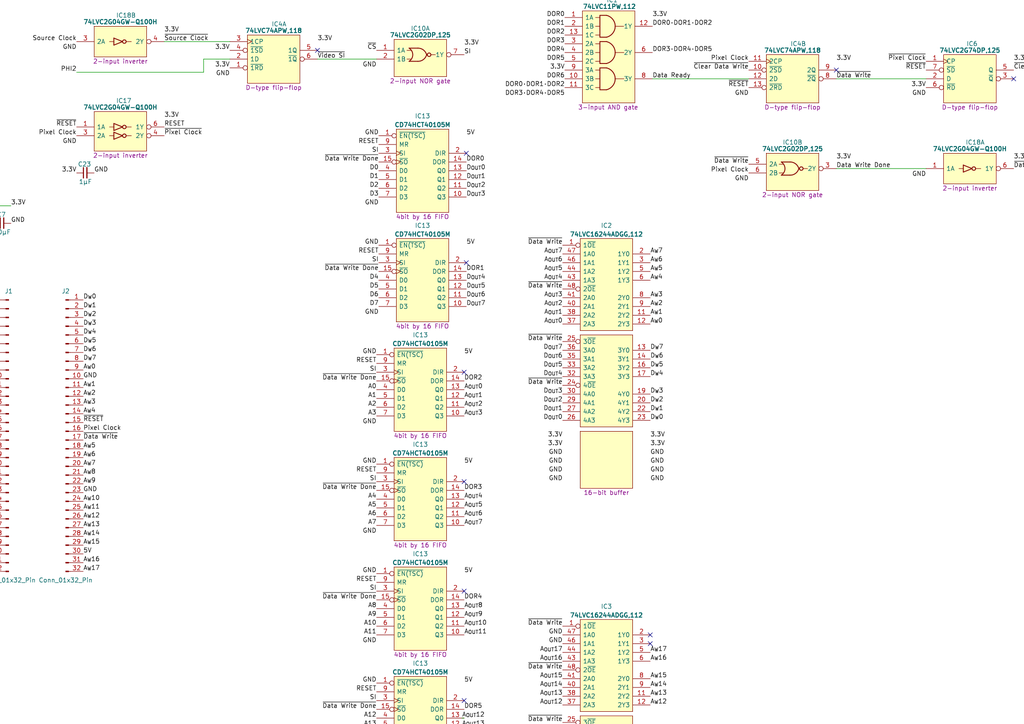
<source format=kicad_sch>
(kicad_sch (version 20230121) (generator eeschema)
  (paper "A4")
  (lib_symbols
    (symbol "Connector:Conn_01x32_Pin" (pin_names (offset 1.016) hide)
      (property "Reference" "J" (at 0 40.64 0))
      (property "Value" "Conn_01x32_Pin" (at 0 -43.18 0))
      (symbol "Conn_01x32_Pin_1_1"
        (pin passive line (at 5.08 38.1 180) (length 3.81) (name "Pin_1") (number "1"))
        (pin passive line (at 5.08 15.24 180) (length 3.81) (name "Pin_10") (number "10"))
        (pin passive line (at 5.08 12.7 180) (length 3.81) (name "Pin_11") (number "11"))
        (pin passive line (at 5.08 10.16 180) (length 3.81) (name "Pin_12") (number "12"))
        (pin passive line (at 5.08 7.62 180) (length 3.81) (name "Pin_13") (number "13"))
        (pin passive line (at 5.08 5.08 180) (length 3.81) (name "Pin_14") (number "14"))
        (pin passive line (at 5.08 2.54 180) (length 3.81) (name "Pin_15") (number "15"))
        (pin passive line (at 5.08 0 180) (length 3.81) (name "Pin_16") (number "16"))
        (pin passive line (at 5.08 -2.54 180) (length 3.81) (name "Pin_17") (number "17"))
        (pin passive line (at 5.08 -5.08 180) (length 3.81) (name "Pin_18") (number "18"))
        (pin passive line (at 5.08 -7.62 180) (length 3.81) (name "Pin_19") (number "19"))
        (pin passive line (at 5.08 35.56 180) (length 3.81) (name "Pin_2") (number "2"))
        (pin passive line (at 5.08 -10.16 180) (length 3.81) (name "Pin_20") (number "20"))
        (pin passive line (at 5.08 -12.7 180) (length 3.81) (name "Pin_21") (number "21"))
        (pin passive line (at 5.08 -15.24 180) (length 3.81) (name "Pin_22") (number "22"))
        (pin passive line (at 5.08 -17.78 180) (length 3.81) (name "Pin_23") (number "23"))
        (pin passive line (at 5.08 -20.32 180) (length 3.81) (name "Pin_24") (number "24"))
        (pin passive line (at 5.08 -22.86 180) (length 3.81) (name "Pin_25") (number "25"))
        (pin passive line (at 5.08 -25.4 180) (length 3.81) (name "Pin_26") (number "26"))
        (pin passive line (at 5.08 -27.94 180) (length 3.81) (name "Pin_27") (number "27"))
        (pin passive line (at 5.08 -30.48 180) (length 3.81) (name "Pin_28") (number "28"))
        (pin passive line (at 5.08 -33.02 180) (length 3.81) (name "Pin_29") (number "29"))
        (pin passive line (at 5.08 33.02 180) (length 3.81) (name "Pin_3") (number "3"))
        (pin passive line (at 5.08 -35.56 180) (length 3.81) (name "Pin_30") (number "30"))
        (pin passive line (at 5.08 -38.1 180) (length 3.81) (name "Pin_31") (number "31"))
        (pin passive line (at 5.08 -40.64 180) (length 3.81) (name "Pin_32") (number "32"))
        (pin passive line (at 5.08 30.48 180) (length 3.81) (name "Pin_4") (number "4"))
        (pin passive line (at 5.08 27.94 180) (length 3.81) (name "Pin_5") (number "5"))
        (pin passive line (at 5.08 25.4 180) (length 3.81) (name "Pin_6") (number "6"))
        (pin passive line (at 5.08 22.86 180) (length 3.81) (name "Pin_7") (number "7"))
        (pin passive line (at 5.08 20.32 180) (length 3.81) (name "Pin_8") (number "8"))
        (pin passive line (at 5.08 17.78 180) (length 3.81) (name "Pin_9") (number "9"))
      )
    )
    (symbol "Diodes_Inc:AP7365-33WG-7" (pin_names (offset 0.762))
      (property "Reference" "IC" (at 12.7 5.08 0))
      (property "Value" "AP7365-33WG-7" (at 12.7 3.175 0))
      (property "Description" "3.3V LDO voltage regulator" (at 12.7 -8.255 0))
      (symbol "AP7365-33WG-7_0_0"
        (pin passive line (at 0 0 0) (length 5.08) (name "VIN") (number "1"))
        (pin passive line (at 0 -5.08 0) (length 5.08) (name "GND") (number "2"))
        (pin input line (at 0 -2.54 0) (length 5.08) (name "EN") (number "3"))
        (pin passive line (at 25.4 -5.08 180) (length 5.08) (name "ADJ") (number "4"))
        (pin passive line (at 25.4 0 180) (length 5.08) (name "VOUT") (number "5"))
      )
    )
    (symbol "HCP65:C_0805" (pin_numbers hide) (pin_names (offset 0.254) hide)
      (property "Reference" "C" (at 2.286 2.54 0))
      (property "Description" "?μF" (at 2.54 -2.54 0))
      (symbol "C_0805_1_1"
        (pin passive line (at 0 0 0) (length 2.032) (name "~") (number "1"))
        (pin passive line (at 5.08 0 180) (length 2.032) (name "~") (number "2"))
      )
    )
    (symbol "Nexperia:74LVC11PW,112" (pin_names (offset 0.762))
      (property "Reference" "IC" (at 12.065 5.08 0))
      (property "Value" "74LVC11PW,112" (at 5.08 3.175 0))
      (property "Description" "3-input AND gate" (at 3.81 -26.035 0))
      (symbol "74LVC11PW,112_0_0"
        (pin passive line (at 0 0 0) (length 5.08) (name "1A") (number "1"))
        (pin passive line (at 0 -17.78 0) (length 5.08) (name "3B") (number "10"))
        (pin passive line (at 0 -20.32 0) (length 5.08) (name "3C") (number "11"))
        (pin passive line (at 25.4 -2.54 180) (length 5.08) (name "1Y") (number "12"))
        (pin passive line (at 0 -5.08 0) (length 5.08) (name "1C") (number "13"))
        (pin passive line (at 25.4 0 180) (length 5.08) hide (name "3V") (number "14"))
        (pin passive line (at 0 -2.54 0) (length 5.08) (name "1B") (number "2"))
        (pin passive line (at 0 -7.62 0) (length 5.08) (name "2A") (number "3"))
        (pin passive line (at 0 -10.16 0) (length 5.08) (name "2B") (number "4"))
        (pin passive line (at 0 -12.7 0) (length 5.08) (name "2C") (number "5"))
        (pin passive line (at 25.4 -10.16 180) (length 5.08) (name "2Y") (number "6"))
        (pin passive line (at 0 -22.86 0) (length 5.08) hide (name "GND") (number "7"))
        (pin passive line (at 25.4 -17.78 180) (length 5.08) (name "3Y") (number "8"))
        (pin passive line (at 0 -15.24 0) (length 5.08) (name "3A") (number "9"))
      )
    )
    (symbol "Nexperia:74LVC16244ADGG,112" (pin_names (offset 0.762))
      (property "Reference" "IC" (at 12.7 5.715 0))
      (property "Value" "74LVC16244ADGG,112" (at 12.7 3.175 0))
      (property "Description" "16-bit buffer" (at 12.7 -71.755 0))
      (symbol "74LVC16244ADGG,112_0_0"
        (pin input inverted (at 0 0 0) (length 5.08) (name "1~{OE}") (number "1"))
        (pin output line (at 25.4 -20.32 180) (length 5.08) (name "2Y2") (number "11"))
        (pin output line (at 25.4 -22.86 180) (length 5.08) (name "2Y3") (number "12"))
        (pin output line (at 25.4 -30.48 180) (length 5.08) (name "3Y0") (number "13"))
        (pin output line (at 25.4 -33.02 180) (length 5.08) (name "3Y1") (number "14"))
        (pin output line (at 25.4 -35.56 180) (length 5.08) (name "3Y2") (number "16"))
        (pin output line (at 25.4 -43.18 180) (length 5.08) (name "4Y0") (number "19"))
        (pin output line (at 25.4 -2.54 180) (length 5.08) (name "1Y0") (number "2"))
        (pin output line (at 25.4 -45.72 180) (length 5.08) (name "4Y1") (number "20"))
        (pin output line (at 25.4 -48.26 180) (length 5.08) (name "4Y2") (number "22"))
        (pin output line (at 25.4 -50.8 180) (length 5.08) (name "4Y3") (number "23"))
        (pin input inverted (at 0 -40.64 0) (length 5.08) (name "4~{OE}") (number "24"))
        (pin input inverted (at 0 -27.94 0) (length 5.08) (name "3~{OE}") (number "25"))
        (pin input line (at 0 -50.8 0) (length 5.08) (name "4A3") (number "26"))
        (pin input line (at 0 -48.26 0) (length 5.08) (name "4A2") (number "27"))
        (pin input line (at 0 -45.72 0) (length 5.08) (name "4A1") (number "29"))
        (pin output line (at 25.4 -5.08 180) (length 5.08) (name "1Y1") (number "3"))
        (pin input line (at 0 -43.18 0) (length 5.08) (name "4A0") (number "30"))
        (pin input line (at 0 -38.1 0) (length 5.08) (name "3A3") (number "32"))
        (pin input line (at 0 -35.56 0) (length 5.08) (name "3A2") (number "33"))
        (pin input line (at 0 -33.02 0) (length 5.08) (name "3A1") (number "35"))
        (pin input line (at 0 -30.48 0) (length 5.08) (name "3A0") (number "36"))
        (pin input line (at 0 -22.86 0) (length 5.08) (name "2A3") (number "37"))
        (pin input line (at 0 -20.32 0) (length 5.08) (name "2A2") (number "38"))
        (pin input line (at 0 -17.78 0) (length 5.08) (name "2A1") (number "40"))
        (pin input line (at 0 -10.16 0) (length 5.08) (name "1A3") (number "43"))
        (pin input line (at 0 -7.62 0) (length 5.08) (name "1A2") (number "44"))
        (pin input line (at 0 -5.08 0) (length 5.08) (name "1A1") (number "46"))
        (pin input line (at 0 -2.54 0) (length 5.08) (name "1A0") (number "47"))
        (pin input inverted (at 0 -12.7 0) (length 5.08) (name "2~{OE}") (number "48"))
        (pin output line (at 25.4 -7.62 180) (length 5.08) (name "1Y2") (number "5"))
        (pin output line (at 25.4 -10.16 180) (length 5.08) (name "1Y3") (number "6"))
        (pin output line (at 25.4 -15.24 180) (length 5.08) (name "2Y0") (number "8"))
        (pin output line (at 25.4 -17.78 180) (length 5.08) (name "2Y1") (number "9"))
      )
      (symbol "74LVC16244ADGG,112_1_0"
        (pin passive line (at 0 -63.5 0) (length 5.08) hide (name "GND") (number "10"))
        (pin passive line (at 0 -66.04 0) (length 5.08) hide (name "GND") (number "15"))
        (pin output line (at 25.4 -38.1 180) (length 5.08) (name "3Y3") (number "17"))
        (pin passive line (at 0 -58.42 0) (length 5.08) hide (name "3V") (number "18"))
        (pin passive line (at 0 -68.58 0) (length 5.08) hide (name "GND") (number "21"))
        (pin passive line (at 25.4 -68.58 180) (length 5.08) hide (name "GND") (number "28"))
        (pin passive line (at 25.4 -58.42 180) (length 5.08) hide (name "3V") (number "31"))
        (pin passive line (at 25.4 -66.04 180) (length 5.08) hide (name "GND") (number "34"))
        (pin passive line (at 25.4 -63.5 180) (length 5.08) hide (name "GND") (number "39"))
        (pin passive line (at 0 -60.96 0) (length 5.08) hide (name "GND") (number "4"))
        (pin input line (at 0 -15.24 0) (length 5.08) (name "2A0") (number "41"))
        (pin passive line (at 25.4 -55.88 180) (length 5.08) hide (name "3V") (number "42"))
        (pin passive line (at 25.4 -60.96 180) (length 5.08) hide (name "GND") (number "45"))
        (pin passive line (at 0 -55.88 0) (length 5.08) hide (name "3V") (number "7"))
      )
    )
    (symbol "Nexperia:74LVC2G02DP,125_Multi" (pin_names (offset 0.762))
      (property "Reference" "IC" (at 12.7 5.08 0))
      (property "Value" "74LVC2G02DP,125" (at 12.7 3.175 0))
      (property "Description" "2-input NOR gate" (at 12.7 -10.16 0))
      (symbol "74LVC2G02DP,125_Multi_0_0"
        (pin passive line (at 0 -6.35 0) (length 5.08) hide (name "GND") (number "4"))
        (pin passive line (at 25.4 0 180) (length 5.08) hide (name "3V") (number "8"))
      )
      (symbol "74LVC2G02DP,125_Multi_1_0"
        (pin input line (at 0 -1.27 0) (length 5.08) (name "1A") (number "1"))
        (pin input line (at 0 -3.81 0) (length 5.08) (name "1B") (number "2"))
        (pin output inverted (at 25.4 -2.54 180) (length 5.08) (name "1Y") (number "7"))
      )
      (symbol "74LVC2G02DP,125_Multi_2_0"
        (pin output inverted (at 25.4 -2.54 180) (length 5.08) (name "2Y") (number "3"))
        (pin input line (at 0 -1.27 0) (length 5.08) (name "2A") (number "5"))
        (pin input line (at 0 -3.81 0) (length 5.08) (name "2B") (number "6"))
      )
    )
    (symbol "Nexperia:74LVC2G04GW-Q100H" (pin_names (offset 0.762))
      (property "Reference" "IC" (at 11.43 7.62 0))
      (property "Value" "74LVC2G04GW-Q100H" (at 12.7 5.715 0))
      (property "Description" "2-input inverter" (at 12.7 -8.255 0))
      (symbol "74LVC2G04GW-Q100H_0_0"
        (pin input line (at 0 0 0) (length 5.08) (name "1A") (number "1"))
        (pin passive line (at 0 -5.08 0) (length 5.08) hide (name "GND") (number "2"))
        (pin input line (at 0 -2.54 0) (length 5.08) (name "2A") (number "3"))
        (pin output inverted (at 25.4 -2.54 180) (length 5.08) (name "2Y") (number "4"))
        (pin passive line (at 25.4 2.54 180) (length 5.08) hide (name "3V") (number "5"))
        (pin output inverted (at 25.4 0 180) (length 5.08) (name "1Y") (number "6"))
      )
    )
    (symbol "Nexperia:74LVC2G04GW-Q100H_Multi" (pin_names (offset 0.762))
      (property "Reference" "IC" (at 11.43 7.62 0))
      (property "Value" "74LVC2G04GW-Q100H" (at 12.7 5.715 0))
      (property "Description" "2-input inverter" (at 12.7 -5.715 0))
      (symbol "74LVC2G04GW-Q100H_Multi_0_0"
        (pin passive line (at 0 -2.54 0) (length 5.08) hide (name "GND") (number "2"))
        (pin passive line (at 25.4 2.54 180) (length 5.08) hide (name "3V") (number "5"))
      )
      (symbol "74LVC2G04GW-Q100H_Multi_1_0"
        (pin input line (at 0 0 0) (length 5.08) (name "1A") (number "1"))
        (pin output inverted (at 25.4 0 180) (length 5.08) (name "1Y") (number "6"))
      )
      (symbol "74LVC2G04GW-Q100H_Multi_2_0"
        (pin input line (at 0 0 0) (length 5.08) (name "2A") (number "3"))
        (pin output inverted (at 25.4 0 180) (length 5.08) (name "2Y") (number "4"))
      )
    )
    (symbol "Nexperia:74LVC2G74DP,125" (pin_names (offset 0.762))
      (property "Reference" "IC" (at 13.335 5.08 0))
      (property "Value" "74LVC2G74DP,125" (at 12.7 3.175 0))
      (property "Description" "D-type flip-flop" (at 12.7 -13.335 0))
      (symbol "74LVC2G74DP,125_0_0"
        (pin input line (at 0 -5.08 0) (length 5.08) (name "D") (number "2"))
        (pin output line (at 25.4 -2.54 180) (length 5.08) (name "Q") (number "5"))
      )
      (symbol "74LVC2G74DP,125_1_0"
        (pin input clock (at 0 0 0) (length 5.08) (name "CP") (number "1"))
        (pin output inverted (at 25.4 -5.08 180) (length 5.08) (name "~{Q}") (number "3"))
        (pin passive line (at 0 -10.16 0) (length 5.08) hide (name "GND") (number "4"))
        (pin input inverted (at 0 -7.62 0) (length 5.08) (name "~{RD}") (number "6"))
        (pin input inverted (at 0 -2.54 0) (length 5.08) (name "~{SD}") (number "7"))
        (pin passive line (at 25.4 0 180) (length 5.08) hide (name "3V") (number "8"))
      )
    )
    (symbol "Nexperia:74LVC74APW,118_Multi" (pin_names (offset 0.762))
      (property "Reference" "IC" (at 12.065 5.08 0))
      (property "Value" "74LVC74APW,118" (at 12.7 3.175 0))
      (property "Description" "D-type flip-flop" (at 12.7 -13.335 0))
      (symbol "74LVC74APW,118_Multi_0_0"
        (pin passive line (at 25.4 0 180) (length 5.08) hide (name "3V") (number "14"))
        (pin passive line (at 0 -10.16 0) (length 5.08) hide (name "GND") (number "7"))
      )
      (symbol "74LVC74APW,118_Multi_1_0"
        (pin input inverted (at 0 -7.62 0) (length 5.08) (name "~{1RD}") (number "1"))
        (pin input line (at 0 -5.08 0) (length 5.08) (name "1D") (number "2"))
        (pin input clock (at 0 0 0) (length 5.08) (name "1CP") (number "3"))
        (pin input inverted (at 0 -2.54 0) (length 5.08) (name "~{1SD}") (number "4"))
        (pin output line (at 25.4 -2.54 180) (length 5.08) (name "1Q") (number "5"))
        (pin output inverted (at 25.4 -5.08 180) (length 5.08) (name "~{1Q}") (number "6"))
      )
      (symbol "74LVC74APW,118_Multi_2_0"
        (pin input inverted (at 0 -2.54 0) (length 5.08) (name "~{2SD}") (number "10"))
        (pin input clock (at 0 0 0) (length 5.08) (name "2CP") (number "11"))
        (pin input line (at 0 -5.08 0) (length 5.08) (name "2D") (number "12"))
        (pin input inverted (at 0 -7.62 0) (length 5.08) (name "~{2RD}") (number "13"))
        (pin output inverted (at 25.4 -5.08 180) (length 5.08) (name "~{2Q}") (number "8"))
        (pin output line (at 25.4 -2.54 180) (length 5.08) (name "2Q") (number "9"))
      )
    )
    (symbol "Texas_Instruments:CD74HCT40105M" (pin_names (offset 0.762))
      (property "Reference" "IC" (at 12.7 5.715 0))
      (property "Value" "CD74HCT40105M" (at 12.7 3.175 0))
      (property "Description" "4bit by 16 FIFO" (at 12.7 -23.495 0))
      (symbol "CD74HCT40105M_0_0"
        (pin output line (at 25.4 -17.78 180) (length 5.08) (name "Q3") (number "10"))
        (pin output line (at 25.4 -15.24 180) (length 5.08) (name "Q2") (number "11"))
        (pin output line (at 25.4 -12.7 180) (length 5.08) (name "Q1") (number "12"))
        (pin output line (at 25.4 -10.16 180) (length 5.08) (name "Q0") (number "13"))
        (pin output line (at 25.4 -7.62 180) (length 5.08) (name "DOR") (number "14"))
        (pin passive line (at 25.4 0 180) (length 5.08) hide (name "5V") (number "16"))
        (pin output line (at 25.4 -5.08 180) (length 5.08) (name "DIR") (number "2"))
        (pin input line (at 0 -10.16 0) (length 5.08) (name "D0") (number "4"))
        (pin input line (at 0 -12.7 0) (length 5.08) (name "D1") (number "5"))
        (pin input line (at 0 -15.24 0) (length 5.08) (name "D2") (number "6"))
        (pin input line (at 0 -17.78 0) (length 5.08) (name "D3") (number "7"))
        (pin passive line (at 0 -20.32 0) (length 5.08) hide (name "GND") (number "8"))
        (pin input line (at 0 -2.54 0) (length 5.08) (name "MR") (number "9"))
      )
      (symbol "CD74HCT40105M_1_0"
        (pin input inverted (at 0 0 0) (length 5.08) (name "~{EN(TSC)}") (number "1"))
        (pin input inverted_clock (at 0 -7.62 0) (length 5.08) (name "~{SO}") (number "15"))
        (pin input clock (at 0 -5.08 0) (length 5.08) (name "SI") (number "3"))
      )
    )
  )
  (junction (at -31.115 59.69))
  (junction (at -1.905 59.69))
  (no_connect (at 188.595 184.15))
  (no_connect (at 92.075 14.605))
  (no_connect (at 188.595 186.69))
  (no_connect (at 134.62 139.7))
  (no_connect (at 134.62 203.2))
  (no_connect (at 133.985 245.11))
  (no_connect (at 134.62 247.65))
  (no_connect (at 134.62 171.45))
  (no_connect (at 242.57 20.32))
  (no_connect (at 135.255 44.45))
  (no_connect (at 134.62 234.95))
  (no_connect (at -5.715 64.77))
  (no_connect (at 294.005 22.86))
  (no_connect (at 188.595 232.41))
  (no_connect (at 188.595 227.33))
  (no_connect (at 134.62 107.95))
  (no_connect (at 188.595 229.87))
  (no_connect (at 135.255 76.2))
  (no_connect (at 188.595 224.79))
  (wire (pts (xy -1.905 64.77) (xy -1.905 59.69)))
  (wire (pts (xy 59.055 17.145) (xy 66.675 17.145)))
  (wire (pts (xy 134.62 208.28) (xy 133.985 208.28)))
  (wire (pts (xy 134.62 245.11) (xy 133.985 245.11)))
  (wire (pts (xy 134.62 242.57) (xy 133.985 242.57)))
  (wire (pts (xy 242.57 48.895) (xy 268.605 48.895)))
  (wire (pts (xy 47.625 12.065) (xy 66.675 12.065)))
  (wire (pts (xy 134.62 213.36) (xy 133.985 213.36)))
  (wire (pts (xy -31.115 59.69) (xy -31.115 62.23)))
  (wire (pts (xy 242.57 22.86) (xy 268.605 22.86)))
  (wire (pts (xy 134.62 215.9) (xy 133.985 215.9)))
  (wire (pts (xy 92.075 17.145) (xy 109.22 17.145)))
  (wire (pts (xy -46.355 64.77) (xy -45.085 64.77)))
  (wire (pts (xy 134.62 240.03) (xy 133.985 240.03)))
  (wire (pts (xy 59.055 20.955) (xy 59.055 17.145)))
  (wire (pts (xy -46.355 59.69) (xy -46.355 64.77)))
  (wire (pts (xy 134.62 210.82) (xy 133.985 210.82)))
  (wire (pts (xy -1.905 59.69) (xy 3.175 59.69)))
  (wire (pts (xy 189.23 22.86) (xy 217.17 22.86)))
  (wire (pts (xy -46.355 59.69) (xy -31.115 59.69)))
  (wire (pts (xy 22.225 20.955) (xy 59.055 20.955)))
  (wire (pts (xy -5.715 59.69) (xy -1.905 59.69)))
  (label "A_{OUT}14" (at 163.195 199.39 180))
  (label "PHI2" (at 22.225 20.955 180))
  (label "GND" (at 188.595 242.57 0))
  (label "A3" (at -2.54 120.015 180))
  (label "GND" (at 163.195 139.7 180))
  (label "A_{W}10" (at 188.595 214.63 0))
  (label "D5" (at -2.54 102.235 180))
  (label "A_{W}4" (at 188.595 81.28 0))
  (label "Pixel Clock" (at 217.17 17.78 180))
  (label "A_{W}1" (at 188.595 91.44 0))
  (label "D_{OUT}6" (at 163.195 104.14 180))
  (label "A_{W}16" (at 188.595 191.77 0))
  (label "~{Data Write}" (at 163.195 181.61 180))
  (label "RESET" (at 109.855 73.66 180))
  (label "5V" (at -2.54 92.075 180))
  (label "RESET" (at 47.625 36.83 0))
  (label "GND" (at 24.13 109.855 0))
  (label "A10" (at -2.54 147.955 180))
  (label "D_{W}2" (at 24.13 92.075 0))
  (label "DOR6" (at 134.62 237.49 0))
  (label "D_{OUT}6" (at 135.255 86.36 0))
  (label "GND" (at 109.22 154.94 180))
  (label "A_{OUT}9" (at 134.62 179.07 0))
  (label "DOR2" (at 163.83 10.16 180))
  (label "SI" (at 109.855 44.45 180))
  (label "GND" (at 188.595 134.62 0))
  (label "GND" (at 188.595 132.08 0))
  (label "A_{OUT}10" (at 163.195 214.63 180))
  (label "A_{OUT}5" (at 163.195 78.74 180))
  (label "A_{OUT}7" (at 163.195 73.66 180))
  (label "3.3V" (at 163.83 20.32 180))
  (label "~{RESET}" (at 217.17 25.4 180))
  (label "A_{OUT}3" (at 163.195 86.36 180))
  (label "GND" (at 163.195 245.11 180))
  (label "A_{OUT}15" (at 163.195 196.85 180))
  (label "A_{OUT}14" (at 133.985 213.36 0))
  (label "A_{OUT}2" (at 163.195 88.9 180))
  (label "GND" (at 163.195 184.15 180))
  (label "~{Data Write}" (at 163.195 194.31 180))
  (label "Data Ready" (at 189.23 22.86 0))
  (label "3.3V" (at 163.195 127 180))
  (label "GND" (at 188.595 245.11 0))
  (label "D_{W}3" (at 188.595 114.3 0))
  (label "SI" (at 109.22 107.95 180))
  (label "3.3V" (at 163.195 222.25 180))
  (label "3.3V" (at 92.075 12.065 0))
  (label "D_{OUT}3" (at 163.195 114.3 180))
  (label "GND" (at 163.195 137.16 180))
  (label "GND" (at 163.195 224.79 180))
  (label "A14" (at 109.22 213.36 180))
  (label "A5" (at -2.54 130.175 180))
  (label "GND" (at 109.22 166.37 180))
  (label "A_{W}7" (at 24.13 135.255 0))
  (label "A4" (at -2.54 127.635 180))
  (label "D_{OUT}4" (at 163.195 109.22 180))
  (label "D_{W}7" (at 24.13 104.775 0))
  (label "3.3V" (at 294.005 46.355 0))
  (label "GND" (at 27.305 50.165 0))
  (label "~{Data Write}" (at 163.195 111.76 180))
  (label "A_{W}6" (at 24.13 132.715 0))
  (label "D_{OUT}0" (at 135.255 49.53 0))
  (label "D_{OUT}2" (at 163.195 116.84 180))
  (label "DOR0·DOR1·DOR2" (at 189.23 7.62 0))
  (label "GND" (at 109.22 198.12 180))
  (label "A_{W}1" (at 24.13 112.395 0))
  (label "A15" (at -2.54 160.655 180))
  (label "~{Pixel Clock}" (at 47.625 39.37 0))
  (label "A17" (at 109.22 242.57 180))
  (label "D_{W}0" (at 188.595 121.92 0))
  (label "A_{OUT}16" (at 133.985 240.03 0))
  (label "3.3V" (at 294.005 17.78 0))
  (label "A_{OUT}11" (at 163.195 212.09 180))
  (label "GND" (at 109.22 186.69 180))
  (label "3.3V" (at 134.62 13.335 0))
  (label "~{Data Write Done}" (at 109.22 110.49 180))
  (label "A_{W}3" (at 24.13 117.475 0))
  (label "GND" (at 163.195 242.57 180))
  (label "D7" (at -2.54 107.315 180))
  (label "A_{W}15" (at 188.595 196.85 0))
  (label "A_{W}2" (at 24.13 114.935 0))
  (label "DOR4" (at 163.83 15.24 180))
  (label "3.3V" (at 188.595 127 0))
  (label "D_{W}6" (at 188.595 104.14 0))
  (label "A_{OUT}5" (at 134.62 147.32 0))
  (label "A_{OUT}11" (at 134.62 184.15 0))
  (label "A0" (at -2.54 112.395 180))
  (label "A_{OUT}3" (at 134.62 120.65 0))
  (label "A11" (at -2.54 150.495 180))
  (label "Pixel Clock" (at 217.17 50.165 180))
  (label "3.3V" (at 66.675 19.685 180))
  (label "A_{OUT}13" (at 133.985 210.82 0))
  (label "A_{OUT}16" (at 163.195 191.77 180))
  (label "D3" (at -2.54 97.155 180))
  (label "A_{W}13" (at 188.595 201.93 0))
  (label "D_{OUT}5" (at 163.195 106.68 180))
  (label "GND" (at 188.595 247.65 0))
  (label "A_{W}12" (at 24.13 150.495 0))
  (label "A_{OUT}1" (at 163.195 91.44 180))
  (label "A_{W}17" (at 24.13 165.735 0))
  (label "DOR1" (at 163.83 7.62 180))
  (label "GND" (at 188.595 137.16 0))
  (label "GND" (at 163.195 132.08 180))
  (label "RESET" (at 109.22 105.41 180))
  (label "~{RESET}" (at 268.605 20.32 180))
  (label "A3" (at 109.22 120.65 180))
  (label "D_{OUT}0" (at 163.195 121.92 180))
  (label "A_{OUT}17" (at 163.195 189.23 180))
  (label "A4" (at 109.22 144.78 180))
  (label "~{Data Write}" (at 163.195 209.55 180))
  (label "A2" (at 109.22 118.11 180))
  (label "D_{OUT}7" (at 135.255 88.9 0))
  (label "DOR2" (at 134.62 110.49 0))
  (label "~{CS}" (at -2.54 132.715 180))
  (label "GND" (at 22.225 14.605 180))
  (label "3.3V" (at 66.675 14.605 180))
  (label "A_{OUT}6" (at 134.62 149.86 0))
  (label "5V" (at 134.62 166.37 0))
  (label "A17" (at -2.54 165.735 180))
  (label "~{Data Write}" (at 24.13 127.635 0))
  (label "5V" (at 134.62 102.87 0))
  (label "A_{OUT}6" (at 163.195 76.2 180))
  (label "5V" (at 134.62 229.87 0))
  (label "D6" (at 109.855 86.36 180))
  (label "RESET" (at 109.22 137.16 180))
  (label "DOR3·DOR4·DOR5" (at 189.23 15.24 0))
  (label "A_{W}0" (at 188.595 93.98 0))
  (label "A_{W}13" (at 24.13 153.035 0))
  (label "RESET" (at 109.22 232.41 180))
  (label "GND" (at 163.195 250.19 180))
  (label "A12" (at 109.22 208.28 180))
  (label "GND" (at 22.225 41.91 180))
  (label "A_{W}11" (at 24.13 147.955 0))
  (label "A_{OUT}15" (at 133.985 215.9 0))
  (label "GND" (at 268.605 51.435 180))
  (label "A_{W}9" (at 188.595 217.17 0))
  (label "~{Data Write Done}" (at 109.22 205.74 180))
  (label "A1" (at -2.54 114.935 180))
  (label "A_{W}10" (at 24.13 145.415 0))
  (label "3.3V" (at 163.195 129.54 180))
  (label "GND" (at 268.605 27.94 180))
  (label "A_{OUT}1" (at 134.62 115.57 0))
  (label "A_{OUT}8" (at 163.195 219.71 180))
  (label "A_{OUT}7" (at 134.62 152.4 0))
  (label "D_{OUT}5" (at 135.255 83.82 0))
  (label "D_{W}7" (at 188.595 101.6 0))
  (label "A_{OUT}0" (at 163.195 93.98 180))
  (label "3.3V" (at 47.625 9.525 0))
  (label "D3" (at 109.855 57.15 180))
  (label "DOR0" (at 163.83 5.08 180))
  (label "~{Data Write Done}" (at 294.005 48.895 0))
  (label "DOR3" (at 134.62 142.24 0))
  (label "Data Write Done" (at 242.57 48.895 0))
  (label "D7" (at 109.855 88.9 180))
  (label "~{Data Write}" (at 163.195 83.82 180))
  (label "A_{W}3" (at 188.595 86.36 0))
  (label "GND" (at 66.675 22.225 180))
  (label "D2" (at -2.54 94.615 180))
  (label "SI" (at 109.22 139.7 180))
  (label "RESET" (at 109.22 200.66 180))
  (label "D_{OUT}2" (at 135.255 54.61 0))
  (label "A_{W}12" (at 188.595 204.47 0))
  (label "D_{OUT}3" (at 135.255 57.15 0))
  (label "~{Pixel Clock}" (at 268.605 17.78 180))
  (label "GND" (at 109.22 123.19 180))
  (label "5V" (at 134.62 134.62 0))
  (label "GND" (at -31.115 64.77 180))
  (label "A_{OUT}0" (at 134.62 113.03 0))
  (label "3.3V" (at 163.195 237.49 180))
  (label "A5" (at 109.22 147.32 180))
  (label "A13" (at 109.22 210.82 180))
  (label "~{Data Write}" (at 163.195 99.06 180))
  (label "A_{W}17" (at 188.595 189.23 0))
  (label "~{Data Write}" (at 217.17 47.625 180))
  (label "5V" (at -46.355 59.69 180))
  (label "GND" (at 109.22 218.44 180))
  (label "GND" (at 109.22 102.87 180))
  (label "3.3V" (at 268.605 25.4 180))
  (label "D1" (at -2.54 89.535 180))
  (label "3.3V" (at 47.625 34.29 0))
  (label "D_{W}1" (at 188.595 119.38 0))
  (label "D_{W}5" (at 24.13 99.695 0))
  (label "D_{OUT}4" (at 135.255 81.28 0))
  (label "D4" (at 109.855 81.28 180))
  (label "DOR6" (at 163.83 22.86 180))
  (label "A7" (at 109.22 152.4 180))
  (label "GND" (at 109.22 134.62 180))
  (label "5V" (at 24.13 160.655 0))
  (label "A6" (at 109.22 149.86 180))
  (label "GND" (at 109.22 250.19 180))
  (label "~{Data Write}" (at 163.195 71.12 180))
  (label "3.3V" (at 22.225 50.165 180))
  (label "A_{W}8" (at 188.595 219.71 0))
  (label "D1" (at 109.855 52.07 180))
  (label "A_{W}6" (at 188.595 76.2 0))
  (label "A_{W}0" (at 24.13 107.315 0))
  (label "GND" (at 217.17 52.705 180))
  (label "DOR5" (at 163.83 17.78 180))
  (label "A_{OUT}10" (at 134.62 181.61 0))
  (label "D_{OUT}7" (at 163.195 101.6 180))
  (label "DOR4" (at 134.62 173.99 0))
  (label "DOR1" (at 135.255 78.74 0))
  (label "A_{W}14" (at 24.13 155.575 0))
  (label "GND" (at 109.22 247.65 180))
  (label "GND" (at 163.195 247.65 180))
  (label "GND" (at 109.22 229.87 180))
  (label "A_{W}15" (at 24.13 158.115 0))
  (label "3.3V" (at 163.195 240.03 180))
  (label "A13" (at -2.54 155.575 180))
  (label "A_{OUT}12" (at 163.195 204.47 180))
  (label "3.3V" (at 189.23 5.08 0))
  (label "RESET" (at 109.855 41.91 180))
  (label "D_{W}4" (at 188.595 109.22 0))
  (label "SI" (at 109.22 203.2 180))
  (label "D_{OUT}1" (at 163.195 119.38 180))
  (label "SI" (at 109.22 171.45 180))
  (label "D0" (at 109.855 49.53 180))
  (label "A16" (at -2.54 163.195 180))
  (label "D6" (at -2.54 104.775 180))
  (label "A_{OUT}4" (at 163.195 81.28 180))
  (label "D0" (at -2.54 86.995 180))
  (label "A2" (at -2.54 117.475 180))
  (label "A_{OUT}2" (at 134.62 118.11 0))
  (label "~{RESET}" (at 24.13 122.555 0))
  (label "A14" (at -2.54 158.115 180))
  (label "GND" (at 109.855 39.37 180))
  (label "A_{W}14" (at 188.595 199.39 0))
  (label "3.3V" (at 242.57 46.355 0))
  (label "GND" (at 3.175 64.77 0))
  (label "5V" (at 135.255 39.37 0))
  (label "DOR3·DOR4·DOR5" (at 163.83 27.94 180))
  (label "Pixel Clock" (at 22.225 39.37 180))
  (label "D_{W}3" (at 24.13 94.615 0))
  (label "A_{W}9" (at 24.13 140.335 0))
  (label "A_{W}7" (at 188.595 73.66 0))
  (label "A_{OUT}12" (at 133.985 208.28 0))
  (label "GND" (at 163.195 232.41 180))
  (label "D_{W}1" (at 24.13 89.535 0))
  (label "~{Source Clock}" (at 47.625 12.065 0))
  (label "A_{OUT}17" (at 133.985 242.57 0))
  (label "~{RESET}" (at 22.225 36.83 180))
  (label "SI" (at 109.22 234.95 180))
  (label "D_{W}5" (at 188.595 106.68 0))
  (label "DOR3" (at 163.83 12.7 180))
  (label "A_{OUT}9" (at 163.195 217.17 180))
  (label "A_{W}16" (at 24.13 163.195 0))
  (label "GND" (at 109.855 71.12 180))
  (label "Pixel Clock" (at 24.13 125.095 0))
  (label "A_{W}11" (at 188.595 212.09 0))
  (label "~{Data Write Done}" (at 109.855 78.74 180))
  (label "3.3V" (at 188.595 240.03 0))
  (label "GND" (at 109.855 91.44 180))
  (label "GND" (at 163.195 186.69 180))
  (label "PHI2" (at -2.54 125.095 180))
  (label "3.3V" (at 188.595 237.49 0))
  (label "D_{W}2" (at 188.595 116.84 0))
  (label "A1" (at 109.22 115.57 180))
  (label "A_{OUT}13" (at 163.195 201.93 180))
  (label "GND" (at 109.855 59.69 180))
  (label "5V" (at 134.62 198.12 0))
  (label "A_{OUT}4" (at 134.62 144.78 0))
  (label "~{Data Write}" (at 242.57 22.86 0))
  (label "~{CS}" (at 109.22 14.605 180))
  (label "D_{W}0" (at 24.13 86.995 0))
  (label "SI" (at 134.62 15.875 0))
  (label "DOR0" (at 135.255 46.99 0))
  (label "GND" (at 188.595 139.7 0))
  (label "GND" (at 109.22 19.685 180))
  (label "A_{W}8" (at 24.13 137.795 0))
  (label "3.3V" (at 188.595 129.54 0))
  (label "A_{W}4" (at 24.13 120.015 0))
  (label "A_{W}5" (at 188.595 78.74 0))
  (label "A8" (at 109.22 176.53 180))
  (label "3.3V" (at 3.175 59.69 0))
  (label "A9" (at 109.22 179.07 180))
  (label "A6" (at -2.54 135.255 180))
  (label "RESET" (at 109.22 168.91 180))
  (label "A11" (at 109.22 184.15 180))
  (label "~{Data Write Done}" (at 109.22 173.99 180))
  (label "A12" (at -2.54 153.035 180))
  (label "~{Data Write Done}" (at 109.22 237.49 180))
  (label "A10" (at 109.22 181.61 180))
  (label "A0" (at 109.22 113.03 180))
  (label "GND" (at 163.195 134.62 180))
  (label "GND" (at -40.005 64.77 0))
  (label "A8" (at -2.54 140.335 180))
  (label "~{Clear Data Write}" (at 217.17 20.32 180))
  (label "~{Video SI}" (at 92.075 17.145 0))
  (label "A9" (at -2.54 145.415 180))
  (label "D2" (at 109.855 54.61 180))
  (label "GND" (at 188.595 250.19 0))
  (label "D_{OUT}1" (at 135.255 52.07 0))
  (label "GND" (at 217.17 27.94 180))
  (label "3.3V" (at 242.57 17.78 0))
  (label "DOR0·DOR1·DOR2" (at 163.83 25.4 180))
  (label "Source Clock" (at -2.54 122.555 180))
  (label "GND" (at -2.54 142.875 180))
  (label "GND" (at -2.54 109.855 180))
  (label "~{Data Write Done}" (at 109.22 142.24 180))
  (label "A_{OUT}8" (at 134.62 176.53 0))
  (label "D4" (at -2.54 99.695 180))
  (label "SI" (at 109.855 76.2 180))
  (label "5V" (at 135.255 71.12 0))
  (label "D_{W}4" (at 24.13 97.155 0))
  (label "A16" (at 109.22 240.03 180))
  (label "Source Clock" (at 22.225 12.065 180))
  (label "GND" (at 163.195 229.87 180))
  (label "A_{W}2" (at 188.595 88.9 0))
  (label "A15" (at 109.22 215.9 180))
  (label "A7" (at -2.54 137.795 180))
  (label "D5" (at 109.855 83.82 180))
  (label "~{Clear Data Write}" (at 294.005 20.32 0))
  (label "DOR5" (at 134.62 205.74 0))
  (label "D_{W}6" (at 24.13 102.235 0))
  (label "GND" (at 163.195 227.33 180))
  (label "~{Data Write Done}" (at 109.855 46.99 180))
  (label "A_{W}5" (at 24.13 130.175 0))
  (label "GND" (at 109.22 245.11 180))
  (label "GND" (at 24.13 142.875 0))
  (symbol (lib_id "Nexperia:74LVC74APW,118_Multi") (at 66.675 12.065 0) (unit 1)
    (property "Reference" "IC4" (at 78.74 6.985 0) (effects (justify left)))
    (property "Value" "74LVC74APW,118" (at 79.375 8.89 0) (effects (font bold)))
    (property "Footprint" "SOP65P640X110-14N" (effects hide))
    (property "Datasheet" "https://assets.nexperia.com/documents/data-sheet/74LVC74A.pdf" (effects hide))
    (property "Description" "D-type flip-flop" (at 79.375 25.4 0))
    (property "Height" "1.1" (effects hide))
    (property "Mouser Part Number" "771-74LVC74APW-T" (effects hide))
    (property "Mouser Price/Stock" "https://www.mouser.co.uk/ProductDetail/Nexperia/74LVC74APW118?qs=me8TqzrmIYVtXwVfet0lzw%3D%3D" (effects hide))
    (property "Manufacturer_Name" "Nexperia" (effects hide))
    (property "Manufacturer_Part_Number" "74LVC74APW,118" (effects hide))
    (property "Silkscreen" "74LVC74APW" (effects hide))
    (instances (project "Video 400x600 single" (path "" (reference "IC4") (unit 1)) (path "" (reference "IC3") (unit 1))))
  )
  (symbol (lib_id "Nexperia:74LVC2G04GW-Q100H_Multi") (at 268.605 48.895 0) (unit 1)
    (property "Reference" "IC18" (at 280.035 41.275 0) (effects (justify left)))
    (property "Value" "74LVC2G04GW-Q100H" (at 281.305 43.18 0) (effects (font bold)))
    (property "Footprint" "SOP65P210X110-6N" (effects hide))
    (property "Datasheet" "https://assets.nexperia.com/documents/data-sheet/74LVC2G04_Q100.pdf" (effects hide))
    (property "Description" "2-input inverter" (at 281.305 54.61 0))
    (property "Height" "1.1" (effects hide))
    (property "Manufacturer_Name" "Nexperia" (effects hide))
    (property "Manufacturer_Part_Number" "74LVC2G04GW-Q100H" (effects hide))
    (property "Mouser Part Number" "771-74LVC2G04GWQ100H" (effects hide))
    (property "Mouser Price/Stock" "https://www.mouser.co.uk/ProductDetail/Nexperia/74LVC2G04GW-Q100H?qs=Yna0arPQ0CQTXbBDVSrZqQ%3D%3D" (effects hide))
    (property "Silkscreen" "74LVC2G04" (effects hide))
  )
  (symbol (lib_id "Nexperia:74LVC2G74DP,125") (at 268.605 17.78 0) (unit 1)
    (property "Reference" "IC6" (at 281.94 12.7 0))
    (property "Value" "74LVC2G74DP,125" (at 281.305 14.605 0) (effects (font bold)))
    (property "Footprint" "SOP65P400X110-8N" (effects hide))
    (property "Datasheet" "https://assets.nexperia.com/documents/data-sheet/74LVC2G74.pdf" (effects hide))
    (property "Description" "D-type flip-flop" (at 281.305 31.115 0))
    (property "Height" "1.1" (effects hide))
    (property "Manufacturer_Name" "Nexperia" (effects hide))
    (property "Manufacturer_Part_Number" "74LVC2G74DP,125" (effects hide))
    (property "Mouser Part Number" "771-74LVC2G74DP-G" (effects hide))
    (property "Mouser Price/Stock" "https://www.mouser.co.uk/ProductDetail/Nexperia/74LVC2G74DP125?qs=me8TqzrmIYX1iMHaYTXJug%3D%3D" (effects hide))
    (property "Silkscreen" "'2G74" (effects hide))
    (instances (project "Video 400x600 single" (path "" (reference "IC6") (unit 1)) (path "" (reference "IC5") (unit 1))))
  )
  (symbol (lib_id "Connector:Conn_01x32_Pin") (at 2.54 125.095 0) (mirror y) (unit 1)
    (property "Reference" "J1" (at 2.54 84.455 0))
    (property "Value" "Conn_01x32_Pin" (at 2.54 168.275 0))
    (property "Footprint" "Connector_PinHeader_2.54mm:PinHeader_1x32_P2.54mm_Vertical" (effects hide))
  )
  (symbol (lib_id "Nexperia:74LVC16244ADGG,112") (at 163.195 71.12 0) (unit 1)
    (property "Reference" "IC2" (at 175.895 65.405 0))
    (property "Value" "74LVC16244ADGG,112" (at 175.895 67.945 0) (effects (font bold)))
    (property "Footprint" "74LVC16244ADGG112" (effects hide))
    (property "Datasheet" "https://assets.nexperia.com/documents/data-sheet/74LVC_LVCH16244A.pdf" (effects hide))
    (property "Description" "16-bit buffer" (at 175.895 142.875 0))
    (property "Height" "1.2" (effects hide))
    (property "Manufacturer_Name" "Nexperia" (effects hide))
    (property "Manufacturer_Part_Number" "74LVC16244ADGG,112" (effects hide))
    (property "Mouser Part Number" "771-74LVC16244DG" (effects hide))
    (property "Mouser Price/Stock" "https://www.mouser.co.uk/ProductDetail/Nexperia/74LVC16244ADGG112?qs=qAI9lz2tHCO4%252BdMkKmxvXA%3D%3D" (effects hide))
    (property "Silkscreen" "74LVC16244ADGG" (effects hide))
    (instances (project "Video 400x600 single" (path "" (reference "IC2") (unit 1)) (path "" (reference "IC10") (unit 1))))
  )
  (symbol (lib_id "Texas_Instruments:CD74HCT40105M") (at 109.22 166.37 0) (unit 1)
    (property "Reference" "IC13" (at 121.92 160.655 0))
    (property "Value" "CD74HCT40105M" (at 121.92 163.195 0) (effects (font bold)))
    (property "Footprint" "SOIC127P600X175-16N" (effects hide))
    (property "Datasheet" "http://www.ti.com/lit/gpn/CD74HCT40105" (effects hide))
    (property "Description" "4bit by 16 FIFO" (at 121.92 189.865 0))
    (property "Height" "1.75" (effects hide))
    (property "Manufacturer_Name" "Texas Instruments" (effects hide))
    (property "Manufacturer_Part_Number" "CD74HCT40105M" (effects hide))
    (property "Mouser Part Number" "595-CD74HCT40105M" (effects hide))
    (property "Mouser Price/Stock" "https://www.mouser.co.uk/ProductDetail/Texas-Instruments/CD74HCT40105M?qs=Dqy2GfToSoScqz%252Bk6stUgg%3D%3D" (effects hide))
    (property "Arrow Part Number" "CD74HCT40105M" (effects hide))
    (property "Arrow Price/Stock" "https://www.arrow.com/en/products/cd74hct40105m/texas-instruments" (effects hide))
    (instances (project "Pico Sound" (path "" (reference "IC13") (unit 1))) (project "Video 400x600 single" (path "" (reference "IC15") (unit 1)) (path "" (reference "IC13") (unit 1))))
  )
  (symbol (lib_id "HCP65:C_0805") (at -1.905 64.77 0) (unit 1)
    (property "Reference" "C7" (at 0.381 62.23 0))
    (property "Value" "10µF" (at -1.905 67.31 0) (effects (justify left)))
    (property "Footprint" "SamacSys_Parts:C_0805" (effects hide))
    (instances (project "Pico Sound" (path "" (reference "C7") (unit 1))) (project "Video 400x600 single" (path "" (reference "C2") (unit 1)) (path "" (reference "C2") (unit 1))))
  )
  (symbol (lib_id "Diodes_Inc:AP7365-33WG-7") (at -31.115 59.69 0) (unit 1)
    (property "Reference" "IC2" (at -18.415 54.61 0))
    (property "Value" "AP7365-33WG-7" (at -18.415 56.515 0) (effects (font bold)))
    (property "Footprint" "SOT95P285X130-5N" (effects hide))
    (property "Datasheet" "https://componentsearchengine.com/Datasheets/1/AP7365-33WG-7.pdf" (effects hide))
    (property "Description" "3.3.3V LDO voltage regulator" (at -18.415 67.945 0))
    (property "Height" "1.3" (effects hide))
    (property "Manufacturer_Name" "Diodes Inc." (effects hide))
    (property "Manufacturer_Part_Number" "AP7365-33WG-7" (effects hide))
    (property "Mouser Part Number" "621-AP7365-33WG-7" (effects hide))
    (property "Mouser Price/Stock" "https://www.mouser.co.uk/ProductDetail/Diodes-Incorporated/AP7365-33WG-7?qs=abZ1nkZpTuOZFvxvoFPL0w%3D%3D" (effects hide))
    (property "Arrow Part Number" "AP7365-33WG-7" (effects hide))
    (property "Arrow Price/Stock" "https://www.arrow.com/en/products/ap7365-33wg-7/diodes-incorporated?region=nac" (effects hide))
    (property "Silkscreen" "AP7365" (effects hide))
    (instances (project "Pico Sound" (path "" (reference "IC2") (unit 1))) (project "Video 400x600 single" (path "" (reference "IC7") (unit 1)) (path "" (reference "IC8") (unit 1))))
  )
  (symbol (lib_id "Texas_Instruments:CD74HCT40105M") (at 109.22 102.87 0) (unit 1)
    (property "Reference" "IC13" (at 121.92 97.155 0))
    (property "Value" "CD74HCT40105M" (at 121.92 99.695 0) (effects (font bold)))
    (property "Footprint" "SOIC127P600X175-16N" (effects hide))
    (property "Datasheet" "http://www.ti.com/lit/gpn/CD74HCT40105" (effects hide))
    (property "Description" "4bit by 16 FIFO" (at 121.92 126.365 0))
    (property "Height" "1.75" (effects hide))
    (property "Manufacturer_Name" "Texas Instruments" (effects hide))
    (property "Manufacturer_Part_Number" "CD74HCT40105M" (effects hide))
    (property "Mouser Part Number" "595-CD74HCT40105M" (effects hide))
    (property "Mouser Price/Stock" "https://www.mouser.co.uk/ProductDetail/Texas-Instruments/CD74HCT40105M?qs=Dqy2GfToSoScqz%252Bk6stUgg%3D%3D" (effects hide))
    (property "Arrow Part Number" "CD74HCT40105M" (effects hide))
    (property "Arrow Price/Stock" "https://www.arrow.com/en/products/cd74hct40105m/texas-instruments" (effects hide))
    (instances (project "Pico Sound" (path "" (reference "IC13") (unit 1))) (project "Video 400x600 single" (path "" (reference "IC13") (unit 1)) (path "" (reference "IC11") (unit 1))))
  )
  (symbol (lib_id "Texas_Instruments:CD74HCT40105M") (at 109.22 229.87 0) (unit 1)
    (property "Reference" "IC13" (at 121.92 224.155 0))
    (property "Value" "CD74HCT40105M" (at 121.92 226.695 0) (effects (font bold)))
    (property "Footprint" "SOIC127P600X175-16N" (effects hide))
    (property "Datasheet" "http://www.ti.com/lit/gpn/CD74HCT40105" (effects hide))
    (property "Description" "4bit by 16 FIFO" (at 121.92 253.365 0))
    (property "Height" "1.75" (effects hide))
    (property "Manufacturer_Name" "Texas Instruments" (effects hide))
    (property "Manufacturer_Part_Number" "CD74HCT40105M" (effects hide))
    (property "Mouser Part Number" "595-CD74HCT40105M" (effects hide))
    (property "Mouser Price/Stock" "https://www.mouser.co.uk/ProductDetail/Texas-Instruments/CD74HCT40105M?qs=Dqy2GfToSoScqz%252Bk6stUgg%3D%3D" (effects hide))
    (property "Arrow Part Number" "CD74HCT40105M" (effects hide))
    (property "Arrow Price/Stock" "https://www.arrow.com/en/products/cd74hct40105m/texas-instruments" (effects hide))
    (instances (project "Pico Sound" (path "" (reference "IC13") (unit 1))) (project "Video 400x600 single" (path "" (reference "IC5") (unit 1)) (path "" (reference "IC16") (unit 1))))
  )
  (symbol (lib_id "HCP65:C_0805") (at 22.225 50.165 0) (unit 1)
    (property "Reference" "C23" (at 24.511 47.625 0))
    (property "Value" "1μF" (at 24.765 52.705 0))
    (property "Footprint" "SamacSys_Parts:C_0805" (effects hide))
    (instances (project "Pico Sound" (path "" (reference "C23") (unit 1))) (project "Video 400x600 single" (path "" (reference "C19") (unit 1)) (path "" (reference "C3") (unit 1))))
  )
  (symbol (lib_id "Nexperia:74LVC2G04GW-Q100H_Multi") (at 22.225 12.065 0) (unit 2)
    (property "Reference" "IC18" (at 33.655 4.445 0) (effects (justify left)))
    (property "Value" "74LVC2G04GW-Q100H" (at 34.925 6.35 0) (effects (font bold)))
    (property "Footprint" "SOP65P210X110-6N" (effects hide))
    (property "Datasheet" "https://assets.nexperia.com/documents/data-sheet/74LVC2G04_Q100.pdf" (effects hide))
    (property "Description" "2-input inverter" (at 34.925 17.78 0))
    (property "Height" "1.1" (effects hide))
    (property "Manufacturer_Name" "Nexperia" (effects hide))
    (property "Manufacturer_Part_Number" "74LVC2G04GW-Q100H" (effects hide))
    (property "Mouser Part Number" "771-74LVC2G04GWQ100H" (effects hide))
    (property "Mouser Price/Stock" "https://www.mouser.co.uk/ProductDetail/Nexperia/74LVC2G04GW-Q100H?qs=Yna0arPQ0CQTXbBDVSrZqQ%3D%3D" (effects hide))
    (property "Silkscreen" "74LVC2G04" (effects hide))
  )
  (symbol (lib_id "Nexperia:74LVC74APW,118_Multi") (at 217.17 17.78 0) (unit 2)
    (property "Reference" "IC4" (at 229.235 12.7 0) (effects (justify left)))
    (property "Value" "74LVC74APW,118" (at 229.87 14.605 0) (effects (font bold)))
    (property "Footprint" "SOP65P640X110-14N" (effects hide))
    (property "Datasheet" "https://assets.nexperia.com/documents/data-sheet/74LVC74A.pdf" (effects hide))
    (property "Description" "D-type flip-flop" (at 229.87 31.115 0))
    (property "Height" "1.1" (effects hide))
    (property "Mouser Part Number" "771-74LVC74APW-T" (effects hide))
    (property "Mouser Price/Stock" "https://www.mouser.co.uk/ProductDetail/Nexperia/74LVC74APW118?qs=me8TqzrmIYVtXwVfet0lzw%3D%3D" (effects hide))
    (property "Manufacturer_Name" "Nexperia" (effects hide))
    (property "Manufacturer_Part_Number" "74LVC74APW,118" (effects hide))
    (property "Silkscreen" "74LVC74APW" (effects hide))
    (instances (project "Video 400x600 single" (path "" (reference "IC4") (unit 2)) (path "" (reference "IC3") (unit 2))))
  )
  (symbol (lib_id "Texas_Instruments:CD74HCT40105M") (at 109.22 134.62 0) (unit 1)
    (property "Reference" "IC13" (at 121.92 128.905 0))
    (property "Value" "CD74HCT40105M" (at 121.92 131.445 0) (effects (font bold)))
    (property "Footprint" "SOIC127P600X175-16N" (effects hide))
    (property "Datasheet" "http://www.ti.com/lit/gpn/CD74HCT40105" (effects hide))
    (property "Description" "4bit by 16 FIFO" (at 121.92 158.115 0))
    (property "Height" "1.75" (effects hide))
    (property "Manufacturer_Name" "Texas Instruments" (effects hide))
    (property "Manufacturer_Part_Number" "CD74HCT40105M" (effects hide))
    (property "Mouser Part Number" "595-CD74HCT40105M" (effects hide))
    (property "Mouser Price/Stock" "https://www.mouser.co.uk/ProductDetail/Texas-Instruments/CD74HCT40105M?qs=Dqy2GfToSoScqz%252Bk6stUgg%3D%3D" (effects hide))
    (property "Arrow Part Number" "CD74HCT40105M" (effects hide))
    (property "Arrow Price/Stock" "https://www.arrow.com/en/products/cd74hct40105m/texas-instruments" (effects hide))
    (instances (project "Pico Sound" (path "" (reference "IC13") (unit 1))) (project "Video 400x600 single" (path "" (reference "IC14") (unit 1)) (path "" (reference "IC12") (unit 1))))
  )
  (symbol (lib_id "Texas_Instruments:CD74HCT40105M") (at 109.855 39.37 0) (unit 1)
    (property "Reference" "IC13" (at 122.555 33.655 0))
    (property "Value" "CD74HCT40105M" (at 122.555 36.195 0) (effects (font bold)))
    (property "Footprint" "SOIC127P600X175-16N" (effects hide))
    (property "Datasheet" "http://www.ti.com/lit/gpn/CD74HCT40105" (effects hide))
    (property "Description" "4bit by 16 FIFO" (at 122.555 62.865 0))
    (property "Height" "1.75" (effects hide))
    (property "Manufacturer_Name" "Texas Instruments" (effects hide))
    (property "Manufacturer_Part_Number" "CD74HCT40105M" (effects hide))
    (property "Mouser Part Number" "595-CD74HCT40105M" (effects hide))
    (property "Mouser Price/Stock" "https://www.mouser.co.uk/ProductDetail/Texas-Instruments/CD74HCT40105M?qs=Dqy2GfToSoScqz%252Bk6stUgg%3D%3D" (effects hide))
    (property "Arrow Part Number" "CD74HCT40105M" (effects hide))
    (property "Arrow Price/Stock" "https://www.arrow.com/en/products/cd74hct40105m/texas-instruments" (effects hide))
    (instances (project "Pico Sound" (path "" (reference "IC13") (unit 1))) (project "Video 400x600 single" (path "" (reference "IC11") (unit 1)) (path "" (reference "IC7") (unit 1))))
  )
  (symbol (lib_id "HCP65:C_0805") (at -45.085 64.77 0) (unit 1)
    (property "Reference" "C5" (at -42.799 62.23 0))
    (property "Value" "10µF" (at -45.085 67.31 0) (effects (justify left)))
    (property "Footprint" "SamacSys_Parts:C_0805" (effects hide))
    (instances (project "Pico Sound" (path "" (reference "C5") (unit 1))) (project "Video 400x600 single" (path "" (reference "C1") (unit 1)) (path "" (reference "C1") (unit 1))))
  )
  (symbol (lib_id "Nexperia:74LVC16244ADGG,112") (at 163.195 181.61 0) (unit 1)
    (property "Reference" "IC3" (at 175.895 175.895 0))
    (property "Value" "74LVC16244ADGG,112" (at 175.895 178.435 0) (effects (font bold)))
    (property "Footprint" "74LVC16244ADGG112" (effects hide))
    (property "Datasheet" "https://assets.nexperia.com/documents/data-sheet/74LVC_LVCH16244A.pdf" (effects hide))
    (property "Description" "16-bit buffer" (at 175.895 253.365 0))
    (property "Height" "1.2" (effects hide))
    (property "Manufacturer_Name" "Nexperia" (effects hide))
    (property "Manufacturer_Part_Number" "74LVC16244ADGG,112" (effects hide))
    (property "Mouser Part Number" "771-74LVC16244DG" (effects hide))
    (property "Mouser Price/Stock" "https://www.mouser.co.uk/ProductDetail/Nexperia/74LVC16244ADGG112?qs=qAI9lz2tHCO4%252BdMkKmxvXA%3D%3D" (effects hide))
    (property "Silkscreen" "74LVC16244ADGG" (effects hide))
    (instances (project "Video 400x600 single" (path "" (reference "IC3") (unit 1)) (path "" (reference "IC14") (unit 1))))
  )
  (symbol (lib_id "Nexperia:74LVC2G04GW-Q100H") (at 22.225 36.83 0) (unit 1)
    (property "Reference" "IC17" (at 33.655 29.21 0) (effects (justify left)))
    (property "Value" "74LVC2G04GW-Q100H" (at 34.925 31.115 0) (effects (font bold)))
    (property "Footprint" "SOP65P210X110-6N" (effects hide))
    (property "Datasheet" "https://assets.nexperia.com/documents/data-sheet/74LVC2G04_Q100.pdf" (effects hide))
    (property "Description" "2-input inverter" (at 34.925 45.085 0))
    (property "Height" "1.1" (effects hide))
    (property "Manufacturer_Name" "Nexperia" (effects hide))
    (property "Manufacturer_Part_Number" "74LVC2G04GW-Q100H" (effects hide))
    (property "Mouser Part Number" "771-74LVC2G04GWQ100H" (effects hide))
    (property "Mouser Price/Stock" "https://www.mouser.co.uk/ProductDetail/Nexperia/74LVC2G04GW-Q100H?qs=Yna0arPQ0CQTXbBDVSrZqQ%3D%3D" (effects hide))
    (property "Silkscreen" "74LVC2G04" (effects hide))
  )
  (symbol (lib_id "Nexperia:74LVC2G02DP,125_Multi") (at 109.22 13.335 0) (unit 1)
    (property "Reference" "IC10" (at 121.92 8.255 0))
    (property "Value" "74LVC2G02DP,125" (at 121.92 10.16 0) (effects (font bold)))
    (property "Footprint" "SOP65P400X110-8N" (effects hide))
    (property "Datasheet" "https://assets.nexperia.com/documents/data-sheet/74LVC2G02.pdf" (effects hide))
    (property "Description" "2-input NOR gate" (at 121.92 23.495 0))
    (property "Height" "1.1" (effects hide))
    (property "Mouser Part Number" "771-LVC2G02DP125" (effects hide))
    (property "Mouser Price/Stock" "https://www.mouser.co.uk/ProductDetail/Nexperia/74LVC2G02DP125?qs=me8TqzrmIYWiSMBpOBB%252Bsg%3D%3D" (effects hide))
    (property "Manufacturer_Name" "Nexperia" (effects hide))
    (property "Manufacturer_Part_Number" "74LVC2G02DP,125" (effects hide))
    (property "Silkscreen" "74LVC2G02" (effects hide))
    (instances (project "Video 400x600 single" (path "" (reference "IC10") (unit 1)) (path "" (reference "IC4") (unit 1))))
  )
  (symbol (lib_id "Connector:Conn_01x32_Pin") (at 19.05 125.095 0) (unit 1)
    (property "Reference" "J2" (at 19.05 84.455 0))
    (property "Value" "Conn_01x32_Pin" (at 19.05 168.275 0))
    (property "Footprint" "Connector_PinHeader_2.54mm:PinHeader_1x32_P2.54mm_Vertical" (effects hide))
  )
  (symbol (lib_id "Texas_Instruments:CD74HCT40105M") (at 109.22 198.12 0) (unit 1)
    (property "Reference" "IC13" (at 121.92 192.405 0))
    (property "Value" "CD74HCT40105M" (at 121.92 194.945 0) (effects (font bold)))
    (property "Footprint" "SOIC127P600X175-16N" (effects hide))
    (property "Datasheet" "http://www.ti.com/lit/gpn/CD74HCT40105" (effects hide))
    (property "Description" "4bit by 16 FIFO" (at 121.92 221.615 0))
    (property "Height" "1.75" (effects hide))
    (property "Manufacturer_Name" "Texas Instruments" (effects hide))
    (property "Manufacturer_Part_Number" "CD74HCT40105M" (effects hide))
    (property "Mouser Part Number" "595-CD74HCT40105M" (effects hide))
    (property "Mouser Price/Stock" "https://www.mouser.co.uk/ProductDetail/Texas-Instruments/CD74HCT40105M?qs=Dqy2GfToSoScqz%252Bk6stUgg%3D%3D" (effects hide))
    (property "Arrow Part Number" "CD74HCT40105M" (effects hide))
    (property "Arrow Price/Stock" "https://www.arrow.com/en/products/cd74hct40105m/texas-instruments" (effects hide))
    (instances (project "Pico Sound" (path "" (reference "IC13") (unit 1))) (project "Video 400x600 single" (path "" (reference "IC16") (unit 1)) (path "" (reference "IC15") (unit 1))))
  )
  (symbol (lib_id "Nexperia:74LVC2G02DP,125_Multi") (at 217.17 46.355 0) (unit 2)
    (property "Reference" "IC10" (at 229.87 41.275 0))
    (property "Value" "74LVC2G02DP,125" (at 229.87 43.18 0) (effects (font bold)))
    (property "Footprint" "SOP65P400X110-8N" (effects hide))
    (property "Datasheet" "https://assets.nexperia.com/documents/data-sheet/74LVC2G02.pdf" (effects hide))
    (property "Description" "2-input NOR gate" (at 229.87 56.515 0))
    (property "Height" "1.1" (effects hide))
    (property "Mouser Part Number" "771-LVC2G02DP125" (effects hide))
    (property "Mouser Price/Stock" "https://www.mouser.co.uk/ProductDetail/Nexperia/74LVC2G02DP125?qs=me8TqzrmIYWiSMBpOBB%252Bsg%3D%3D" (effects hide))
    (property "Manufacturer_Name" "Nexperia" (effects hide))
    (property "Manufacturer_Part_Number" "74LVC2G02DP,125" (effects hide))
    (property "Silkscreen" "74LVC2G02" (effects hide))
    (instances (project "Video 400x600 single" (path "" (reference "IC10") (unit 2)) (path "" (reference "IC4") (unit 2))))
  )
  (symbol (lib_id "Nexperia:74LVC11PW,112") (at 163.83 5.08 0) (unit 1)
    (property "Reference" "IC1" (at 175.895 0 0) (effects (justify left)))
    (property "Value" "74LVC11PW,112" (at 168.91 1.905 0) (effects (font bold) (justify left)))
    (property "Footprint" "SOP65P640X110-14N" (effects hide))
    (property "Datasheet" "https://assets.nexperia.com/documents/data-sheet/74LVC11.pdf" (effects hide))
    (property "Description" "3-input AND gate" (at 167.64 31.115 0) (effects (justify left)))
    (property "Height" "1.1" (effects hide))
    (property "Mouser Part Number" "771-LVC11PW112" (effects hide))
    (property "Mouser Price/Stock" "https://www.mouser.co.uk/ProductDetail/Nexperia/74LVC11PW112?qs=me8TqzrmIYUpAtZGADtB2w%3D%3D" (effects hide))
    (property "Manufacturer_Name" "Nexperia" (effects hide))
    (property "Manufacturer_Part_Number" "74LVC11PW,112" (effects hide))
    (property "Silkscreen" "74LVC11PW" (effects hide))
  )
  (symbol (lib_id "Texas_Instruments:CD74HCT40105M") (at 109.855 71.12 0) (unit 1)
    (property "Reference" "IC13" (at 122.555 65.405 0))
    (property "Value" "CD74HCT40105M" (at 122.555 67.945 0) (effects (font bold)))
    (property "Footprint" "SOIC127P600X175-16N" (effects hide))
    (property "Datasheet" "http://www.ti.com/lit/gpn/CD74HCT40105" (effects hide))
    (property "Description" "4bit by 16 FIFO" (at 122.555 94.615 0))
    (property "Height" "1.75" (effects hide))
    (property "Manufacturer_Name" "Texas Instruments" (effects hide))
    (property "Manufacturer_Part_Number" "CD74HCT40105M" (effects hide))
    (property "Mouser Part Number" "595-CD74HCT40105M" (effects hide))
    (property "Mouser Price/Stock" "https://www.mouser.co.uk/ProductDetail/Texas-Instruments/CD74HCT40105M?qs=Dqy2GfToSoScqz%252Bk6stUgg%3D%3D" (effects hide))
    (property "Arrow Part Number" "CD74HCT40105M" (effects hide))
    (property "Arrow Price/Stock" "https://www.arrow.com/en/products/cd74hct40105m/texas-instruments" (effects hide))
    (instances (project "Pico Sound" (path "" (reference "IC13") (unit 1))) (project "Video 400x600 single" (path "" (reference "IC12") (unit 1)) (path "" (reference "IC9") (unit 1))))
  )
)
</source>
